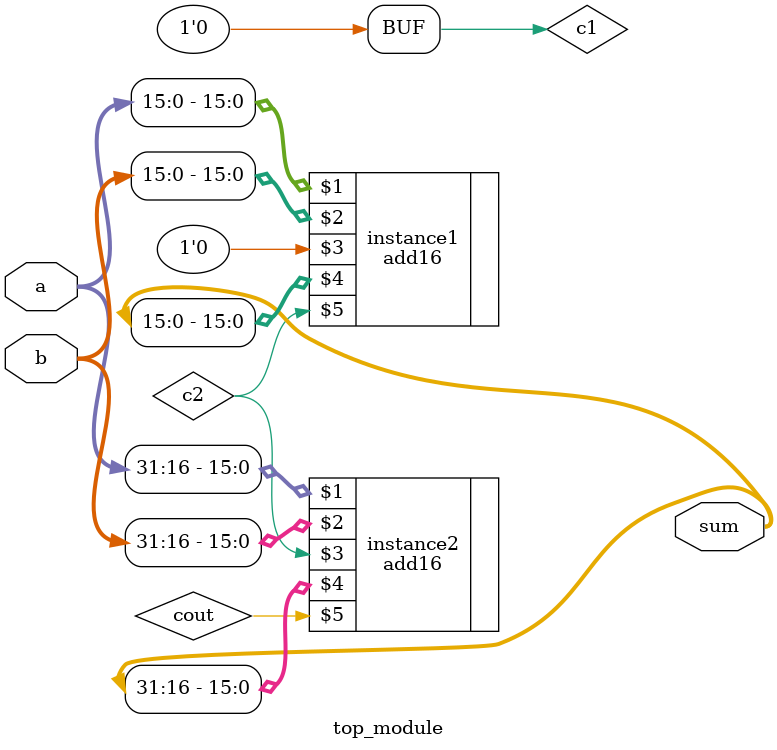
<source format=v>
module top_module(
    input [31:0] a,
    input [31:0] b,
    output [31:0] sum
);

    wire c1, c2, cout;
    assign c1 = 1'b0; 
    
    add16 instance1 (a[15:0], b[15:0], c1, sum[15:0], c2);
    add16 instance2 (a[31:16], b[31:16], c2, sum[31:16], cout);   
    
endmodule

</source>
